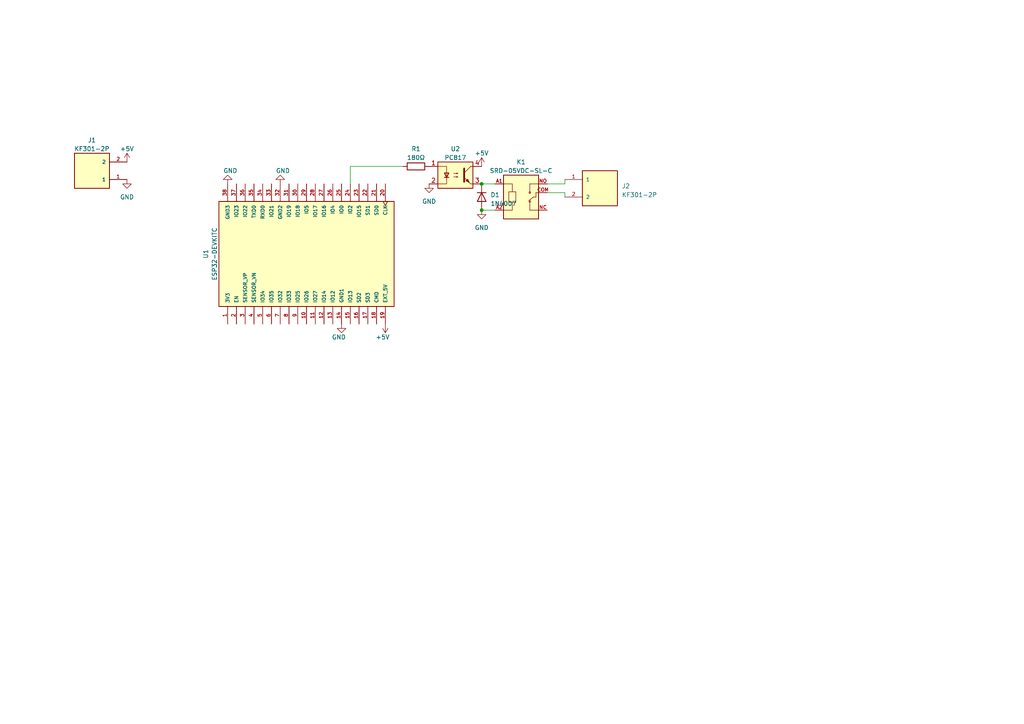
<source format=kicad_sch>
(kicad_sch (version 20230121) (generator eeschema)
  (paper "A4")
  (lib_symbols
    (symbol "Device:R" (pin_numbers hide) (pin_names (offset 0))
      (property "Reference" "R" (at 2.032 0 90))
      (property "Value" "R" (at 0 0 90))
      (symbol "R_0_1"
        (rectangle (start -1.016 -2.54) (end 1.016 2.54) (stroke (width 0.254)))
      )
      (symbol "R_1_1"
        (pin passive line (at 0 3.81 270) (length 1.27) (name "~") (number "1"))
        (pin passive line (at 0 -3.81 90) (length 1.27) (name "~") (number "2"))
      )
    )
    (symbol "Diode:1N4007" (pin_numbers hide) (pin_names hide)
      (property "Reference" "D" (at 0 2.54 0))
      (property "Value" "1N4007" (at 0 -2.54 0))
      (symbol "1N4007_0_1"
        (polyline (pts (xy -1.27 1.27) (xy -1.27 -1.27)) (stroke (width 0.254)))
        (polyline (pts (xy 1.27 0) (xy -1.27 0)))
        (polyline (pts (xy 1.27 1.27) (xy 1.27 -1.27) (xy -1.27 0) (xy 1.27 1.27)) (stroke (width 0.254)))
      )
      (symbol "1N4007_1_1"
        (pin passive line (at -3.81 0 0) (length 2.54) (name "K") (number "1"))
        (pin passive line (at 3.81 0 180) (length 2.54) (name "A") (number "2"))
      )
    )
    (symbol "ESP32-DEVKITC:ESP32-DEVKITC" (pin_names (offset 1.016))
      (property "Reference" "U" (at -15.2572 26.0643 0))
      (property "Value" "ESP32-DEVKITC" (at -15.2563 -27.9698 0))
      (symbol "ESP32-DEVKITC_0_0"
        (rectangle (start -15.24 -25.4) (end 15.24 25.4) (stroke (width 0.254)) (fill (type background)))
        (pin power_in line (at -20.32 22.86 0) (length 5.08) (name "3V3") (number "1"))
        (pin bidirectional line (at -20.32 0 0) (length 5.08) (name "IO26") (number "10"))
        (pin bidirectional line (at -20.32 -2.54 0) (length 5.08) (name "IO27") (number "11"))
        (pin bidirectional line (at -20.32 -5.08 0) (length 5.08) (name "IO14") (number "12"))
        (pin bidirectional line (at -20.32 -7.62 0) (length 5.08) (name "IO12") (number "13"))
        (pin power_in line (at -20.32 -10.16 0) (length 5.08) (name "GND1") (number "14"))
        (pin bidirectional line (at -20.32 -12.7 0) (length 5.08) (name "IO13") (number "15"))
        (pin bidirectional line (at -20.32 -15.24 0) (length 5.08) (name "SD2") (number "16"))
        (pin bidirectional line (at -20.32 -17.78 0) (length 5.08) (name "SD3") (number "17"))
        (pin bidirectional line (at -20.32 -20.32 0) (length 5.08) (name "CMD") (number "18"))
        (pin power_in line (at -20.32 -22.86 0) (length 5.08) (name "EXT_5V") (number "19"))
        (pin input line (at -20.32 20.32 0) (length 5.08) (name "EN") (number "2"))
        (pin input clock (at 20.32 -22.86 180) (length 5.08) (name "CLK") (number "20"))
        (pin bidirectional line (at 20.32 -20.32 180) (length 5.08) (name "SD0") (number "21"))
        (pin bidirectional line (at 20.32 -17.78 180) (length 5.08) (name "SD1") (number "22"))
        (pin bidirectional line (at 20.32 -15.24 180) (length 5.08) (name "IO15") (number "23"))
        (pin bidirectional line (at 20.32 -12.7 180) (length 5.08) (name "IO2") (number "24"))
        (pin bidirectional line (at 20.32 -10.16 180) (length 5.08) (name "IO0") (number "25"))
        (pin bidirectional line (at 20.32 -7.62 180) (length 5.08) (name "IO4") (number "26"))
        (pin bidirectional line (at 20.32 -5.08 180) (length 5.08) (name "IO16") (number "27"))
        (pin bidirectional line (at 20.32 -2.54 180) (length 5.08) (name "IO17") (number "28"))
        (pin bidirectional line (at 20.32 0 180) (length 5.08) (name "IO5") (number "29"))
        (pin input line (at -20.32 17.78 0) (length 5.08) (name "SENSOR_VP") (number "3"))
        (pin bidirectional line (at 20.32 2.54 180) (length 5.08) (name "IO18") (number "30"))
        (pin bidirectional line (at 20.32 5.08 180) (length 5.08) (name "IO19") (number "31"))
        (pin power_in line (at 20.32 7.62 180) (length 5.08) (name "GND2") (number "32"))
        (pin bidirectional line (at 20.32 10.16 180) (length 5.08) (name "IO21") (number "33"))
        (pin input line (at 20.32 12.7 180) (length 5.08) (name "RXD0") (number "34"))
        (pin output line (at 20.32 15.24 180) (length 5.08) (name "TXD0") (number "35"))
        (pin bidirectional line (at 20.32 17.78 180) (length 5.08) (name "IO22") (number "36"))
        (pin bidirectional line (at 20.32 20.32 180) (length 5.08) (name "IO23") (number "37"))
        (pin power_in line (at 20.32 22.86 180) (length 5.08) (name "GND3") (number "38"))
        (pin input line (at -20.32 15.24 0) (length 5.08) (name "SENSOR_VN") (number "4"))
        (pin bidirectional line (at -20.32 12.7 0) (length 5.08) (name "IO34") (number "5"))
        (pin bidirectional line (at -20.32 10.16 0) (length 5.08) (name "IO35") (number "6"))
        (pin bidirectional line (at -20.32 7.62 0) (length 5.08) (name "IO32") (number "7"))
        (pin bidirectional line (at -20.32 5.08 0) (length 5.08) (name "IO33") (number "8"))
        (pin bidirectional line (at -20.32 2.54 0) (length 5.08) (name "IO25") (number "9"))
      )
    )
    (symbol "Isolator:PC817" (pin_names (offset 1.016))
      (property "Reference" "U" (at -5.08 5.08 0))
      (property "Value" "PC817" (at 0 5.08 0))
      (symbol "PC817_0_1"
        (rectangle (start -5.08 3.81) (end 5.08 -3.81) (stroke (width 0.254)) (fill (type background)))
        (polyline (pts (xy -3.175 -0.635) (xy -1.905 -0.635)) (stroke (width 0.254)))
        (polyline (pts (xy 2.54 0.635) (xy 4.445 2.54)))
        (polyline (pts (xy 4.445 -2.54) (xy 2.54 -0.635)) (fill (type outline)))
        (polyline (pts (xy 4.445 -2.54) (xy 5.08 -2.54)))
        (polyline (pts (xy 4.445 2.54) (xy 5.08 2.54)))
        (polyline (pts (xy -5.08 2.54) (xy -2.54 2.54) (xy -2.54 -0.635)))
        (polyline (pts (xy -2.54 -0.635) (xy -2.54 -2.54) (xy -5.08 -2.54)))
        (polyline (pts (xy 2.54 1.905) (xy 2.54 -1.905) (xy 2.54 -1.905)) (stroke (width 0.508)))
        (polyline (pts (xy -2.54 -0.635) (xy -3.175 0.635) (xy -1.905 0.635) (xy -2.54 -0.635)) (stroke (width 0.254)))
        (polyline (pts (xy -0.508 -0.508) (xy 0.762 -0.508) (xy 0.381 -0.635) (xy 0.381 -0.381) (xy 0.762 -0.508)))
        (polyline (pts (xy -0.508 0.508) (xy 0.762 0.508) (xy 0.381 0.381) (xy 0.381 0.635) (xy 0.762 0.508)))
        (polyline (pts (xy 3.048 -1.651) (xy 3.556 -1.143) (xy 4.064 -2.159) (xy 3.048 -1.651) (xy 3.048 -1.651)) (fill (type outline)))
      )
      (symbol "PC817_1_1"
        (pin passive line (at -7.62 2.54 0) (length 2.54) (name "~") (number "1"))
        (pin passive line (at -7.62 -2.54 0) (length 2.54) (name "~") (number "2"))
        (pin passive line (at 7.62 -2.54 180) (length 2.54) (name "~") (number "3"))
        (pin passive line (at 7.62 2.54 180) (length 2.54) (name "~") (number "4"))
      )
    )
    (symbol "KF301-2P:KF301-2P" (pin_names (offset 1.016))
      (property "Reference" "J" (at -5.08 5.842 0))
      (property "Value" "KF301-2P" (at -5.08 -7.62 0))
      (symbol "KF301-2P_0_0"
        (rectangle (start -5.08 -5.08) (end 5.08 5.08) (stroke (width 0.254)) (fill (type background)))
        (pin passive line (at -10.16 2.54 0) (length 5.08) (name "1") (number "1"))
        (pin passive line (at -10.16 -2.54 0) (length 5.08) (name "2") (number "2"))
      )
    )
    (symbol "SRD-05VDC-SL-C:SRD-05VDC-SL-C" (pin_names (offset 1.016))
      (property "Reference" "K" (at -5.0809 5.843 0))
      (property "Value" "SRD-05VDC-SL-C" (at -5.0832 -10.1664 0))
      (symbol "SRD-05VDC-SL-C_0_0"
        (rectangle (start -5.08 -7.62) (end 5.08 5.08) (stroke (width 0.254)) (fill (type background)))
        (polyline (pts (xy -5.08 2.54) (xy -2.54 2.54)) (stroke (width 0.1524)))
        (polyline (pts (xy -3.556 -2.794) (xy -2.54 -2.794)) (stroke (width 0.1524)))
        (polyline (pts (xy -3.556 0.254) (xy -3.556 -2.794)) (stroke (width 0.1524)))
        (polyline (pts (xy -2.54 -5.08) (xy -5.08 -5.08)) (stroke (width 0.1524)))
        (polyline (pts (xy -2.54 -2.794) (xy -2.54 -5.08)) (stroke (width 0.1524)))
        (polyline (pts (xy -2.54 -2.794) (xy -1.524 -2.794)) (stroke (width 0.1524)))
        (polyline (pts (xy -2.54 0.254) (xy -3.556 0.254)) (stroke (width 0.1524)))
        (polyline (pts (xy -2.54 2.54) (xy -2.54 0.254)) (stroke (width 0.1524)))
        (polyline (pts (xy -1.524 -2.794) (xy -1.524 0.254)) (stroke (width 0.1524)))
        (polyline (pts (xy -1.524 0.254) (xy -2.54 0.254)) (stroke (width 0.1524)))
        (polyline (pts (xy 2.54 -5.08) (xy 5.08 -5.08)) (stroke (width 0.1524)))
        (polyline (pts (xy 2.54 -2.54) (xy 2.54 -5.08)) (stroke (width 0.1524)))
        (polyline (pts (xy 2.54 2.54) (xy 2.54 0)) (stroke (width 0.1524)))
        (polyline (pts (xy 3.556 -1.27) (xy 2.286 -2.286)) (stroke (width 0.1524)))
        (polyline (pts (xy 3.556 -1.27) (xy 4.318 -1.27)) (stroke (width 0.1524)))
        (polyline (pts (xy 4.318 -1.27) (xy 4.318 0)) (stroke (width 0.1524)))
        (polyline (pts (xy 4.318 0) (xy 5.08 0)) (stroke (width 0.1524)))
        (polyline (pts (xy 5.08 2.54) (xy 2.54 2.54)) (stroke (width 0.1524)))
        (circle (center 2.54 -2.54) (radius 0.254) (stroke (width 0.1524)))
        (circle (center 2.54 0) (radius 0.254) (stroke (width 0.1524)))
        (pin passive line (at -7.62 2.54 0) (length 2.54) (name "~") (number "A1"))
        (pin passive line (at -7.62 -5.08 0) (length 2.54) (name "~") (number "A2"))
        (pin passive line (at 7.62 0 180) (length 2.54) (name "~") (number "COM"))
        (pin passive line (at 7.62 -5.08 180) (length 2.54) (name "~") (number "NC"))
        (pin passive line (at 7.62 2.54 180) (length 2.54) (name "~") (number "NO"))
      )
    )
    (symbol "power:+5V" (power) (pin_names (offset 0))
      (property "Value" "+5V" (at 0 3.556 0))
      (symbol "+5V_0_1"
        (polyline (pts (xy -0.762 1.27) (xy 0 2.54)))
        (polyline (pts (xy 0 0) (xy 0 2.54)))
        (polyline (pts (xy 0 2.54) (xy 0.762 1.27)))
      )
      (symbol "+5V_1_1"
        (pin power_in line (at 0 0 90) (length 0) hide (name "+5V") (number "1"))
      )
    )
    (symbol "power:GND" (power) (pin_names (offset 0))
      (property "Value" "GND" (at 0 -3.81 0))
      (symbol "GND_0_1"
        (polyline (pts (xy 0 0) (xy 0 -1.27) (xy 1.27 -1.27) (xy 0 -2.54) (xy -1.27 -1.27) (xy 0 -1.27)))
      )
      (symbol "GND_1_1"
        (pin power_in line (at 0 0 270) (length 0) hide (name "GND") (number "1"))
      )
    )
  )
  (junction (at 139.7 53.34))
  (junction (at 139.7 60.96))
  (wire (pts (xy 101.6 48.26) (xy 116.84 48.26)))
  (wire (pts (xy 158.75 53.34) (xy 163.83 53.34)))
  (wire (pts (xy 139.7 53.34) (xy 143.51 53.34)))
  (wire (pts (xy 163.83 55.88) (xy 163.83 57.15)))
  (wire (pts (xy 139.7 60.96) (xy 143.51 60.96)))
  (wire (pts (xy 163.83 52.07) (xy 163.83 53.34)))
  (wire (pts (xy 158.75 55.88) (xy 163.83 55.88)))
  (wire (pts (xy 101.6 53.34) (xy 101.6 48.26)))
  (symbol (lib_id "power:GND") (at 99.06 93.98 0) (unit 1)
    (property "Reference" "#PWR02" (effects hide))
    (property "Value" "GND" (at 100.33 97.79 0) (effects (justify right)))
  )
  (symbol (lib_id "KF301-2P:KF301-2P") (at 26.67 49.53 180) (unit 1)
    (property "Reference" "J1" (at 26.67 40.64 0))
    (property "Value" "KF301-2P" (at 26.67 43.18 0))
    (property "Footprint" "KF301-2P:HANDSON_KF301-2P" (effects hide))
    (property "MF" "Handson Technology" (effects hide))
    (property "MAXIMUM_PACKAGE_HEIGHT" "10mm" (effects hide))
    (property "Package" "None" (effects hide))
    (property "Price" "None" (effects hide))
    (property "Check_prices" "https://www.snapeda.com/parts/KF301-2P/Handson+Technology/view-part/?ref=eda" (effects hide))
    (property "STANDARD" "Manufacturer Recommendations" (effects hide))
    (property "PARTREV" "NA" (effects hide))
    (property "SnapEDA_Link" "https://www.snapeda.com/parts/KF301-2P/Handson+Technology/view-part/?ref=snap" (effects hide))
    (property "MP" "KF301-2P" (effects hide))
    (property "Description" "\n2 Pin Terminal Block 5mm Pitch\n" (effects hide))
    (property "Availability" "Not in stock" (effects hide))
    (property "MANUFACTURER" "Handson Technology" (effects hide))
  )
  (symbol (lib_id "power:+5V") (at 139.7 48.26 0) (unit 1)
    (property "Reference" "#PWR05" (effects hide))
    (property "Value" "+5V" (at 139.7 44.45 0))
  )
  (symbol (lib_id "Diode:1N4007") (at 139.7 57.15 270) (unit 1)
    (property "Reference" "D1" (at 142.24 56.515 90) (effects (justify left)))
    (property "Value" "1N4007" (at 142.24 59.055 90) (effects (justify left)))
    (property "Footprint" "Diode_THT:D_DO-41_SOD81_P10.16mm_Horizontal" (effects hide))
    (property "Datasheet" "http://www.vishay.com/docs/88503/1n4001.pdf" (effects hide))
    (property "Sim.Device" "D" (effects hide))
    (property "Sim.Pins" "1=K 2=A" (effects hide))
  )
  (symbol (lib_id "power:GND") (at 81.28 53.34 180) (unit 1)
    (property "Reference" "#PWR04" (effects hide))
    (property "Value" "GND" (at 80.01 49.53 0) (effects (justify right)))
  )
  (symbol (lib_id "Device:R") (at 120.65 48.26 90) (unit 1)
    (property "Reference" "R1" (at 120.65 43.18 90))
    (property "Value" "180Ω" (at 120.65 45.72 90))
    (property "Footprint" "Resistor_THT:R_Axial_DIN0204_L3.6mm_D1.6mm_P5.08mm_Horizontal" (effects hide))
  )
  (symbol (lib_id "power:GND") (at 139.7 60.96 0) (unit 1)
    (property "Reference" "#PWR06" (effects hide))
    (property "Value" "GND" (at 139.7 66.04 0))
  )
  (symbol (lib_id "KF301-2P:KF301-2P") (at 173.99 54.61 0) (unit 1)
    (property "Reference" "J2" (at 180.34 53.975 0) (effects (justify left)))
    (property "Value" "KF301-2P" (at 180.34 56.515 0) (effects (justify left)))
    (property "Footprint" "KF301-2P:HANDSON_KF301-2P" (effects hide))
    (property "MF" "Handson Technology" (effects hide))
    (property "MAXIMUM_PACKAGE_HEIGHT" "10mm" (effects hide))
    (property "Package" "None" (effects hide))
    (property "Price" "None" (effects hide))
    (property "Check_prices" "https://www.snapeda.com/parts/KF301-2P/Handson+Technology/view-part/?ref=eda" (effects hide))
    (property "STANDARD" "Manufacturer Recommendations" (effects hide))
    (property "PARTREV" "NA" (effects hide))
    (property "SnapEDA_Link" "https://www.snapeda.com/parts/KF301-2P/Handson+Technology/view-part/?ref=snap" (effects hide))
    (property "MP" "KF301-2P" (effects hide))
    (property "Description" "\n2 Pin Terminal Block 5mm Pitch\n" (effects hide))
    (property "Availability" "Not in stock" (effects hide))
    (property "MANUFACTURER" "Handson Technology" (effects hide))
  )
  (symbol (lib_id "power:+5V") (at 36.83 46.99 0) (unit 1)
    (property "Reference" "#PWR08" (effects hide))
    (property "Value" "+5V" (at 36.83 43.18 0))
  )
  (symbol (lib_id "SRD-05VDC-SL-C:SRD-05VDC-SL-C") (at 151.13 55.88 0) (unit 1)
    (property "Reference" "K1" (at 151.13 46.99 0))
    (property "Value" "SRD-05VDC-SL-C" (at 151.13 49.53 0))
    (property "Footprint" "SRD-05VDC-SL-C:RELAY_SRD-05VDC-SL-C" (effects hide))
    (property "MF" "Songle Relay" (effects hide))
    (property "Description" "\n5V Trigger Relay Module For Arduino And Raspberry Pi 5V Trigger Relay Module For Arduino And Raspberry Pi\n" (effects hide))
    (property "Package" "NON STANDARD-5 Songle Relay" (effects hide))
    (property "Price" "None" (effects hide))
    (property "Check_prices" "https://www.snapeda.com/parts/SRD-05VDC-SL-C/Songle+Relay/view-part/?ref=eda" (effects hide))
    (property "STANDARD" "IPC-7251" (effects hide))
    (property "SnapEDA_Link" "https://www.snapeda.com/parts/SRD-05VDC-SL-C/Songle+Relay/view-part/?ref=snap" (effects hide))
    (property "MP" "SRD-05VDC-SL-C" (effects hide))
    (property "Availability" "Not in stock" (effects hide))
    (property "MANUFACTURER" "SONGLE RELAY" (effects hide))
  )
  (symbol (lib_id "power:GND") (at 36.83 52.07 0) (unit 1)
    (property "Reference" "#PWR07" (effects hide))
    (property "Value" "GND" (at 36.83 57.15 0))
  )
  (symbol (lib_id "power:GND") (at 124.46 53.34 0) (unit 1)
    (property "Reference" "#PWR09" (effects hide))
    (property "Value" "GND" (at 124.46 58.42 0))
  )
  (symbol (lib_id "power:GND") (at 66.04 53.34 180) (unit 1)
    (property "Reference" "#PWR03" (effects hide))
    (property "Value" "GND" (at 64.77 49.53 0) (effects (justify right)))
  )
  (symbol (lib_id "power:+5V") (at 111.76 93.98 180) (unit 1)
    (property "Reference" "#PWR01" (effects hide))
    (property "Value" "+5V" (at 113.03 97.79 0) (effects (justify left)))
  )
  (symbol (lib_id "Isolator:PC817") (at 132.08 50.8 0) (unit 1)
    (property "Reference" "U2" (at 132.08 43.18 0))
    (property "Value" "PC817" (at 132.08 45.72 0))
    (property "Footprint" "Package_DIP:DIP-4_W7.62mm" (effects hide))
    (property "Datasheet" "http://www.soselectronic.cz/a_info/resource/d/pc817.pdf" (effects hide))
  )
  (symbol (lib_id "ESP32-DEVKITC:ESP32-DEVKITC") (at 88.9 73.66 90) (unit 1)
    (property "Reference" "U1" (at 59.69 73.66 0))
    (property "Value" "ESP32-DEVKITC" (at 62.23 73.66 0))
    (property "Footprint" "ESP32-DEVKITC:MODULE_ESP32-DEVKITC" (effects hide))
    (property "MF" "Olimex LTD" (effects hide))
    (property "Description" "\n- ESP32-WROOM32 Transceiver; 802.11 b/g/n (Wi-Fi, WiFi, WLAN), Bluetooth® Smart 4.x Low Energy (BLE) 2.4GHz Evaluation Board\n" (effects hide))
    (property "Package" "None" (effects hide))
    (property "Price" "None" (effects hide))
    (property "Check_prices" "https://www.snapeda.com/parts/ESP32-DEVKITC/Olimex+LTD/view-part/?ref=eda" (effects hide))
    (property "STANDARD" "Manufacturer Recommendations" (effects hide))
    (property "PARTREV" "N/A" (effects hide))
    (property "SnapEDA_Link" "https://www.snapeda.com/parts/ESP32-DEVKITC/Olimex+LTD/view-part/?ref=snap" (effects hide))
    (property "MP" "ESP32-DEVKITC" (effects hide))
    (property "Purchase-URL" "https://www.snapeda.com/api/url_track_click_mouser/?unipart_id=1149980&manufacturer=Olimex LTD&part_name=ESP32-DEVKITC&search_term=esp32 devkit" (effects hide))
    (property "Availability" "In Stock" (effects hide))
    (property "MANUFACTURER" "ESPRESSIF" (effects hide))
  )
)
</source>
